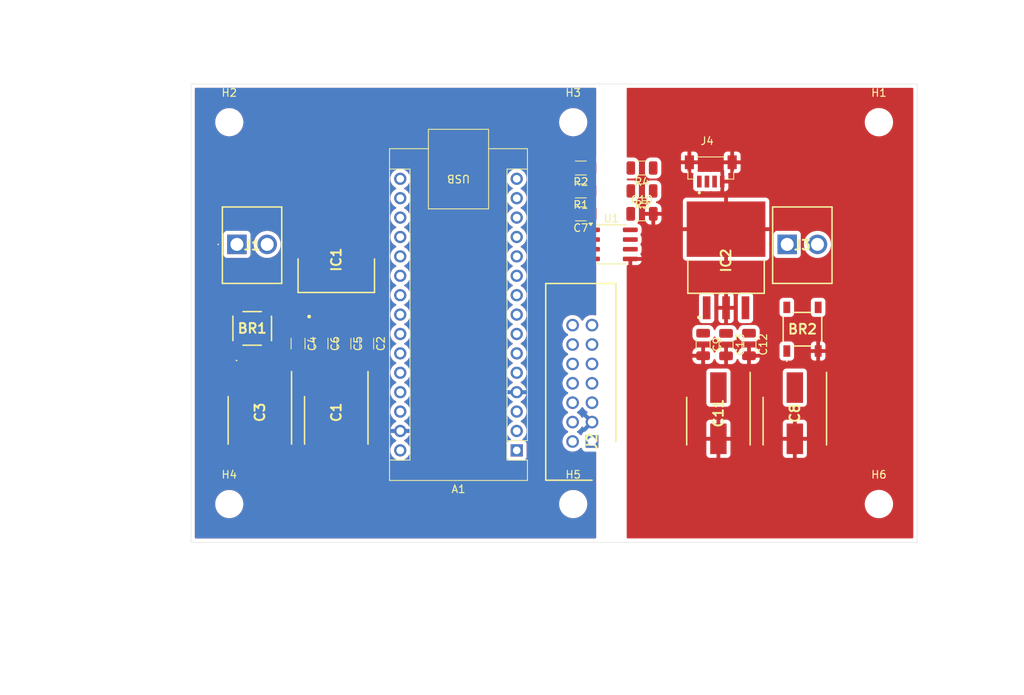
<source format=kicad_pcb>
(kicad_pcb (version 20240108) (generator "pcbnew") (generator_version "8.0")
  (layers (0 "F.Cu" signal) (31 "B.Cu" signal) (34 "B.Paste" user) (35 "F.Paste" user) (36 "B.SilkS" user "B.Silkscreen") (37 "F.SilkS" user "F.Silkscreen") (38 "B.Mask" user) (39 "F.Mask" user) (44 "Edge.Cuts" user))
  (net 0 "")
  (net 1 "enc_b")
  (net 7 "GNDD")
  (net 9 "ir")
  (net 10 "SDA")
  (net 11 "+5V")
  (net 14 "blank")
  (net 15 "sclk")
  (net 22 "enc_push")
  (net 23 "xlat")
  (net 24 "SCL")
  (net 25 "data")
  (net 27 "enc_a")
  (net 30 "Net-(BR1-~{_2})")
  (net 31 "Net-(BR1-+)")
  (net 32 "GNDI")
  (net 33 "+5V-iso")
  (net 38 "Net-(U1-SCL2)")
  (net 39 "Net-(U1-SDA2)")
  (net 40 "Net-(BR1-~{_1})")
  (net 41 "Net-(BR2-~{_1})")
  (net 42 "Net-(BR2-~{_2})")
  (net 43 "Net-(BR2-+)")
  (footprint "Samacsys:26604023" (layer "F.Cu") (at 168 76 180)
    (property "Reference" "J3" (at -1.98 -0.105 0) (layer "F.SilkS") (effects (font (size 1.27 1.27) (thickness 0.254))))
    (property "Value" "26-60-4023" (hide yes))
    (fp_line (start 2.5 0) (end 2.5 0) (stroke (width 0.1)) (layer "F.SilkS"))
    (fp_line (start 2.4 0) (end 2.4 0) (stroke (width 0.1)) (layer "F.SilkS"))
    (fp_line (start 1.905 4.9) (end -5.865 4.9) (stroke (width 0.2)) (layer "F.SilkS"))
    (fp_line (start 1.905 -5.11) (end 1.905 4.9) (stroke (width 0.2)) (layer "F.SilkS"))
    (fp_line (start -5.865 4.9) (end -5.865 -5.11) (stroke (width 0.2)) (layer "F.SilkS"))
    (fp_line (start -5.865 -5.11) (end 1.905 -5.11) (stroke (width 0.2)) (layer "F.SilkS"))
    (fp_arc (start 2.5 0) (mid 2.45 0.05) (end 2.4 0) (stroke (width 0.1)) (layer "F.SilkS"))
    (fp_arc (start 2.4 0) (mid 2.45 -0.05) (end 2.5 0) (stroke (width 0.1)) (layer "F.SilkS"))
    (pad "1" thru_hole rect (at 0 0 180) (size 2.55 2.55) (drill 1.7) (layers "*.Cu" "*.Mask") (net 41 "Net-(BR2-~{_1})"))
    (pad "2" thru_hole circle (at -3.96 0 180) (size 2.55 2.55) (drill 1.7) (layers "*.Cu" "*.Mask") (net 42 "Net-(BR2-~{_2})"))
  )
  (footprint "Resistor_SMD:R_1206_3216Metric" (layer "F.Cu") (at 149 66 180)
    (property "Reference" "R4" (at 0 -1.82 0) (layer "F.SilkS"))
    (property "Value" "1k")
    (fp_line (start -0.727064 0.91) (end 0.727064 0.91) (stroke (width 0.12)) (layer "F.SilkS"))
    (fp_line (start -0.727064 -0.91) (end 0.727064 -0.91) (stroke (width 0.12)) (layer "F.SilkS"))
    (pad "1" smd roundrect (at -1.4625 0 180) (size 1.125 1.75) (layers "F.Cu" "F.Paste" "F.Mask") (roundrect_rratio 0.222222) (net 38 "Net-(U1-SCL2)"))
    (pad "2" smd roundrect (at 1.4625 0 180) (size 1.125 1.75) (layers "F.Cu" "F.Paste" "F.Mask") (roundrect_rratio 0.222222) (net 33 "+5V-iso"))
  )
  (footprint "Resistor_SMD:R_1206_3216Metric" (layer "F.Cu") (at 149 69 180)
    (property "Reference" "R3" (at 0 -1.82 0) (layer "F.SilkS"))
    (property "Value" "1k")
    (fp_line (start -0.727064 0.91) (end 0.727064 0.91) (stroke (width 0.12)) (layer "F.SilkS"))
    (fp_line (start -0.727064 -0.91) (end 0.727064 -0.91) (stroke (width 0.12)) (layer "F.SilkS"))
    (pad "1" smd roundrect (at -1.4625 0 180) (size 1.125 1.75) (layers "F.Cu" "F.Paste" "F.Mask") (roundrect_rratio 0.222222) (net 39 "Net-(U1-SDA2)"))
    (pad "2" smd roundrect (at 1.4625 0 180) (size 1.125 1.75) (layers "F.Cu" "F.Paste" "F.Mask") (roundrect_rratio 0.222222) (net 33 "+5V-iso"))
  )
  (footprint "Resistor_SMD:R_1206_3216Metric" (layer "F.Cu") (at 141 69 180)
    (property "Reference" "R1" (at 0 -1.82 0) (layer "F.SilkS"))
    (property "Value" "1k")
    (fp_line (start -0.727064 0.91) (end 0.727064 0.91) (stroke (width 0.12)) (layer "F.SilkS"))
    (fp_line (start -0.727064 -0.91) (end 0.727064 -0.91) (stroke (width 0.12)) (layer "F.SilkS"))
    (pad "1" smd roundrect (at -1.4625 0 180) (size 1.125 1.75) (layers "F.Cu" "F.Paste" "F.Mask") (roundrect_rratio 0.222222) (net 11 "+5V"))
    (pad "2" smd roundrect (at 1.4625 0 180) (size 1.125 1.75) (layers "F.Cu" "F.Paste" "F.Mask") (roundrect_rratio 0.222222) (net 10 "SDA"))
  )
  (footprint "Samacsys:SHDR14W64P254_2X7_2538X880X948P" (layer "F.Cu") (at 142.4605 101.8105 90)
    (property "Reference" "J2" (at 0 0 90) (layer "F.SilkS") (effects (font (size 1.27 1.27) (thickness 0.254))))
    (property "Value" "BHR-14-VUA" (hide yes))
    (fp_line (start 20.691 -6.051) (end -5.07 -6.051) (stroke (width 0.2)) (layer "F.SilkS"))
    (fp_line (start -5.07 -6.051) (end -5.07 0) (stroke (width 0.2)) (layer "F.SilkS"))
    (fp_line (start 20.691 3.13) (end 20.691 -6.051) (stroke (width 0.2)) (layer "F.SilkS"))
    (fp_line (start 0 3.13) (end 20.691 3.13) (stroke (width 0.2)) (layer "F.SilkS"))
    (pad "1" thru_hole rect (at 0 0 90) (size 1.65 1.65) (drill 1.1) (layers "*.Cu" "*.Mask") (net 11 "+5V"))
    (pad "2" thru_hole circle (at 0 -2.54 90) (size 1.65 1.65) (drill 1.1) (layers "*.Cu" "*.Mask") (net 27 "enc_a"))
    (pad "3" thru_hole circle (at 2.54 0 90) (size 1.65 1.65) (drill 1.1) (layers "*.Cu" "*.Mask") (net 7 "GNDD"))
    (pad "4" thru_hole circle (at 2.54 -2.54 90) (size 1.65 1.65) (drill 1.1) (layers "*.Cu" "*.Mask") (net 1 "enc_b"))
    (pad "5" thru_hole circle (at 5.08 0 90) (size 1.65 1.65) (drill 1.1) (layers "*.Cu" "*.Mask"))
    (pad "6" thru_hole circle (at 5.08 -2.54 90) (size 1.65 1.65) (drill 1.1) (layers "*.Cu" "*.Mask") (net 22 "enc_push"))
    (pad "7" thru_hole circle (at 7.62 0 90) (size 1.65 1.65) (drill 1.1) (layers "*.Cu" "*.Mask") (net 14 "blank"))
    (pad "8" thru_hole circle (at 7.62 -2.54 90) (size 1.65 1.65) (drill 1.1) (layers "*.Cu" "*.Mask"))
    (pad "9" thru_hole circle (at 10.16 0 90) (size 1.65 1.65) (drill 1.1) (layers "*.Cu" "*.Mask") (net 23 "xlat"))
    (pad "10" thru_hole circle (at 10.16 -2.54 90) (size 1.65 1.65) (drill 1.1) (layers "*.Cu" "*.Mask"))
    (pad "11" thru_hole circle (at 12.7 0 90) (size 1.65 1.65) (drill 1.1) (layers "*.Cu" "*.Mask") (net 15 "sclk"))
    (pad "12" thru_hole circle (at 12.7 -2.54 90) (size 1.65 1.65) (drill 1.1) (layers "*.Cu" "*.Mask"))
    (pad "13" thru_hole circle (at 15.24 0 90) (size 1.65 1.65) (drill 1.1) (layers "*.Cu" "*.Mask") (net 25 "data"))
    (pad "14" thru_hole circle (at 15.24 -2.54 90) (size 1.65 1.65) (drill 1.1) (layers "*.Cu" "*.Mask") (net 9 "ir"))
  )
  (footprint "Samacsys:TO254P1420X457-4N" (layer "F.Cu") (at 109 78 90)
    (property "Reference" "IC1" (at 0 0 90) (layer "F.SilkS") (effects (font (size 1.27 1.27) (thickness 0.254))))
    (property "Value" "MC7805BD2TR4G" (hide yes))
    (fp_line (start -4.3 -5) (end 0.1 -5) (stroke (width 0.2)) (layer "F.SilkS"))
    (fp_line (start 0.1 5) (end -4.3 5) (stroke (width 0.2)) (layer "F.SilkS"))
    (fp_line (start -4.3 5) (end -4.3 -5) (stroke (width 0.2)) (layer "F.SilkS"))
    (fp_circle (center -7.45 -3.55) (end -7.45 -3.425) (stroke (width 0.25)) (fill none) (layer "F.SilkS"))
    (pad "1" smd rect (at -6.2 -2.54 180) (size 1 3) (layers "F.Cu" "F.Paste" "F.Mask") (net 31 "Net-(BR1-+)"))
    (pad "2" smd rect (at -6.2 0 180) (size 1 3) (layers "F.Cu" "F.Paste" "F.Mask") (net 7 "GNDD"))
    (pad "3" smd rect (at -6.2 2.54 180) (size 1 3) (layers "F.Cu" "F.Paste" "F.Mask") (net 11 "+5V"))
    (pad "4" smd rect (at 4.1 0 90) (size 7.25 10.3) (layers "F.Cu" "F.Paste" "F.Mask") (net 7 "GNDD"))
  )
  (footprint "Capacitor_SMD:C_1206_3216Metric" (layer "F.Cu") (at 157 89.105 -90)
    (property "Reference" "C9" (at 0 -1.85 90) (layer "F.SilkS"))
    (property "Value" ".1uf")
    (fp_line (start -0.711252 0.91) (end 0.711252 0.91) (stroke (width 0.12)) (layer "F.SilkS"))
    (fp_line (start -0.711252 -0.91) (end 0.711252 -0.91) (stroke (width 0.12)) (layer "F.SilkS"))
    (pad "1" smd roundrect (at -1.475 0 270) (size 1.15 1.8) (layers "F.Cu" "F.Paste" "F.Mask") (roundrect_rratio 0.217391) (net 43 "Net-(BR2-+)"))
    (pad "2" smd roundrect (at 1.475 0 270) (size 1.15 1.8) (layers "F.Cu" "F.Paste" "F.Mask") (roundrect_rratio 0.217391) (net 32 "GNDI"))
  )
  (footprint "Resistor_SMD:R_1206_3216Metric" (layer "F.Cu") (at 141 66 180)
    (property "Reference" "R2" (at 0 -1.82 0) (layer "F.SilkS"))
    (property "Value" "1k")
    (fp_line (start -0.727064 0.91) (end 0.727064 0.91) (stroke (width 0.12)) (layer "F.SilkS"))
    (fp_line (start -0.727064 -0.91) (end 0.727064 -0.91) (stroke (width 0.12)) (layer "F.SilkS"))
    (pad "1" smd roundrect (at -1.4625 0 180) (size 1.125 1.75) (layers "F.Cu" "F.Paste" "F.Mask") (roundrect_rratio 0.222222) (net 11 "+5V"))
    (pad "2" smd roundrect (at 1.4625 0 180) (size 1.125 1.75) (layers "F.Cu" "F.Paste" "F.Mask") (roundrect_rratio 0.222222) (net 24 "SCL"))
  )
  (footprint "Module:Arduino_Nano" (layer "F.Cu") (at 132.61 102.97 180)
    (property "Reference" "A1" (at 7.62 -5.08 0) (layer "F.SilkS"))
    (property "Value" "Arduino_Nano_v3.x")
    (fp_line (start 16.64 39.5) (end 16.64 -3.94) (stroke (width 0.12)) (layer "F.SilkS"))
    (fp_line (start 16.64 39.5) (end 11.56 39.5) (stroke (width 0.12)) (layer "F.SilkS"))
    (fp_line (start 16.64 -3.94) (end -1.4 -3.94) (stroke (width 0.12)) (layer "F.SilkS"))
    (fp_line (start 13.97 36.83) (end 16.64 36.83) (stroke (width 0.12)) (layer "F.SilkS"))
    (fp_line (start 13.97 -1.27) (end 16.64 -1.27) (stroke (width 0.12)) (layer "F.SilkS"))
    (fp_line (start 13.97 -1.27) (end 13.97 36.83) (stroke (width 0.12)) (layer "F.SilkS"))
    (fp_line (start 11.56 42.04) (end 3.68 42.04) (stroke (width 0.12)) (layer "F.SilkS"))
    (fp_line (start 11.56 31.62) (end 11.56 42.04) (stroke (width 0.12)) (layer "F.SilkS"))
    (fp_line (start 3.68 42.04) (end 3.68 31.62) (stroke (width 0.12)) (layer "F.SilkS"))
    (fp_line (start 3.68 31.62) (end 11.56 31.62) (stroke (width 0.12)) (layer "F.SilkS"))
    (fp_line (start 1.27 36.83) (end -1.4 36.83) (stroke (width 0.12)) (layer "F.SilkS"))
    (fp_line (start 1.27 1.27) (end 1.27 36.83) (stroke (width 0.12)) (layer "F.SilkS"))
    (fp_line (start 1.27 1.27) (end 1.27 -1.27) (stroke (width 0.12)) (layer "F.SilkS"))
    (fp_line (start 1.27 1.27) (end -1.4 1.27) (stroke (width 0.12)) (layer "F.SilkS"))
    (fp_line (start 1.27 -1.27) (end -1.4 -1.27) (stroke (width 0.12)) (layer "F.SilkS"))
    (fp_line (start -1.4 39.5) (end 3.68 39.5) (stroke (width 0.12)) (layer "F.SilkS"))
    (fp_line (start -1.4 1.27) (end -1.4 39.5) (stroke (width 0.12)) (layer "F.SilkS"))
    (fp_line (start -1.4 -3.94) (end -1.4 -1.27) (stroke (width 0.12)) (layer "F.SilkS"))
    (fp_text user "USB" (at 7.62 35.56 180) (layer "F.SilkS"))
    (pad "1" thru_hole rect (at 0 0 180) (size 1.6 1.6) (drill 1) (layers "*.Cu" "*.Mask"))
    (pad "2" thru_hole oval (at 0 2.54 180) (size 1.6 1.6) (drill 1) (layers "*.Cu" "*.Mask"))
    (pad "3" thru_hole oval (at 0 5.08 180) (size 1.6 1.6) (drill 1) (layers "*.Cu" "*.Mask"))
    (pad "4" thru_hole oval (at 0 7.62 180) (size 1.6 1.6) (drill 1) (layers "*.Cu" "*.Mask") (net 7 "GNDD"))
    (pad "5" thru_hole oval (at 0 10.16 180) (size 1.6 1.6) (drill 1) (layers "*.Cu" "*.Mask"))
    (pad "6" thru_hole oval (at 0 12.7 180) (size 1.6 1.6) (drill 1) (layers "*.Cu" "*.Mask"))
    (pad "7" thru_hole oval (at 0 15.24 180) (size 1.6 1.6) (drill 1) (layers "*.Cu" "*.Mask"))
    (pad "8" thru_hole oval (at 0 17.78 180) (size 1.6 1.6) (drill 1) (layers "*.Cu" "*.Mask"))
    (pad "9" thru_hole oval (at 0 20.32 180) (size 1.6 1.6) (drill 1) (layers "*.Cu" "*.Mask") (net 27 "enc_a"))
    (pad "10" thru_hole oval (at 0 22.86 180) (size 1.6 1.6) (drill 1) (layers "*.Cu" "*.Mask") (net 1 "enc_b"))
    (pad "11" thru_hole oval (at 0 25.4 180) (size 1.6 1.6) (drill 1) (layers "*.Cu" "*.Mask") (net 22 "enc_push"))
    (pad "12" thru_hole oval (at 0 27.94 180) (size 1.6 1.6) (drill 1) (layers "*.Cu" "*.Mask") (net 9 "ir"))
    (pad "13" thru_hole oval (at 0 30.48 180) (size 1.6 1.6) (drill 1) (layers "*.Cu" "*.Mask") (net 25 "data"))
    (pad "14" thru_hole oval (at 0 33.02 180) (size 1.6 1.6) (drill 1) (layers "*.Cu" "*.Mask") (net 15 "sclk"))
    (pad "15" thru_hole oval (at 0 35.56 180) (size 1.6 1.6) (drill 1) (layers "*.Cu" "*.Mask") (net 23 "xlat"))
    (pad "16" thru_hole oval (at 15.24 35.56 180) (size 1.6 1.6) (drill 1) (layers "*.Cu" "*.Mask") (net 14 "blank"))
    (pad "17" thru_hole oval (at 15.24 33.02 180) (size 1.6 1.6) (drill 1) (layers "*.Cu" "*.Mask"))
    (pad "18" thru_hole oval (at 15.24 30.48 180) (size 1.6 1.6) (drill 1) (layers "*.Cu" "*.Mask"))
    (pad "19" thru_hole oval (at 15.24 27.94 180) (size 1.6 1.6) (drill 1) (layers "*.Cu" "*.Mask"))
    (pad "20" thru_hole oval (at 15.24 25.4 180) (size 1.6 1.6) (drill 1) (layers "*.Cu" "*.Mask"))
    (pad "21" thru_hole oval (at 15.24 22.86 180) (size 1.6 1.6) (drill 1) (layers "*.Cu" "*.Mask"))
    (pad "22" thru_hole oval (at 15.24 20.32 180) (size 1.6 1.6) (drill 1) (layers "*.Cu" "*.Mask"))
    (pad "23" thru_hole oval (at 15.24 17.78 180) (size 1.6 1.6) (drill 1) (layers "*.Cu" "*.Mask") (net 10 "SDA"))
    (pad "24" thru_hole oval (at 15.24 15.24 180) (size 1.6 1.6) (drill 1) (layers "*.Cu" "*.Mask") (net 24 "SCL"))
    (pad "25" thru_hole oval (at 15.24 12.7 180) (size 1.6 1.6) (drill 1) (layers "*.Cu" "*.Mask"))
    (pad "26" thru_hole oval (at 15.24 10.16 180) (size 1.6 1.6) (drill 1) (layers "*.Cu" "*.Mask"))
    (pad "27" thru_hole oval (at 15.24 7.62 180) (size 1.6 1.6) (drill 1) (layers "*.Cu" "*.Mask") (net 11 "+5V"))
    (pad "28" thru_hole oval (at 15.24 5.08 180) (size 1.6 1.6) (drill 1) (layers "*.Cu" "*.Mask"))
    (pad "29" thru_hole oval (at 15.24 2.54 180) (size 1.6 1.6) (drill 1) (layers "*.Cu" "*.Mask") (net 7 "GNDD"))
    (pad "30" thru_hole oval (at 15.24 0 180) (size 1.6 1.6) (drill 1) (layers "*.Cu" "*.Mask"))
  )
  (footprint "MountingHole:MountingHole_3.2mm_M3_ISO7380" (layer "F.Cu") (at 95 110)
    (property "Reference" "H4" (at 0 -3.85 0) (layer "F.SilkS"))
    (property "Value" "MountingHole")
    (pad "" np_thru_hole circle (at 0 0) (size 3.2 3.2) (drill 3.2) (layers "*.Cu" "*.Mask"))
  )
  (footprint "Capacitor_SMD:C_1206_3216Metric" (layer "F.Cu") (at 104 88.995 -90)
    (property "Reference" "C4" (at 0 -1.85 90) (layer "F.SilkS"))
    (property "Value" ".1uf")
    (fp_line (start -0.711252 0.91) (end 0.711252 0.91) (stroke (width 0.12)) (layer "F.SilkS"))
    (fp_line (start -0.711252 -0.91) (end 0.711252 -0.91) (stroke (width 0.12)) (layer "F.SilkS"))
    (pad "1" smd roundrect (at -1.475 0 270) (size 1.15 1.8) (layers "F.Cu" "F.Paste" "F.Mask") (roundrect_rratio 0.217391) (net 31 "Net-(BR1-+)"))
    (pad "2" smd roundrect (at 1.475 0 270) (size 1.15 1.8) (layers "F.Cu" "F.Paste" "F.Mask") (roundrect_rratio 0.217391) (net 7 "GNDD"))
  )
  (footprint "Package_SO:SOIC-8_3.9x4.9mm_P1.27mm" (layer "F.Cu") (at 145 76)
    (property "Reference" "U1" (at 0 -3.4 0) (layer "F.SilkS"))
    (property "Value" "ISO1541")
    (fp_line (start 0 -2.56) (end -1.95 -2.56) (stroke (width 0.12)) (layer "F.SilkS"))
    (fp_line (start 0 -2.56) (end 1.95 -2.56) (stroke (width 0.12)) (layer "F.SilkS"))
    (fp_line (start 0 2.56) (end -1.95 2.56) (stroke (width 0.12)) (layer "F.SilkS"))
    (fp_line (start 0 2.56) (end 1.95 2.56) (stroke (width 0.12)) (layer "F.SilkS"))
    (fp_poly (pts (xy -2.7 -2.465) (xy -2.94 -2.795) (xy -2.46 -2.795) (xy -2.7 -2.465)) (stroke (width 0.12)) (fill solid) (layer "F.SilkS"))
    (pad "1" smd roundrect (at -2.475 -1.905) (size 1.95 0.6) (layers "F.Cu" "F.Paste" "F.Mask") (net 11 "+5V"))
    (pad "2" smd roundrect (at -2.475 -0.635) (size 1.95 0.6) (layers "F.Cu" "F.Paste" "F.Mask") (net 10 "SDA"))
    (pad "3" smd roundrect (at -2.475 0.635) (size 1.95 0.6) (layers "F.Cu" "F.Paste" "F.Mask") (net 24 "SCL"))
    (pad "4" smd roundrect (at -2.475 1.905) (size 1.95 0.6) (layers "F.Cu" "F.Paste" "F.Mask") (net 7 "GNDD"))
    (pad "5" smd roundrect (at 2.475 1.905) (size 1.95 0.6) (layers "F.Cu" "F.Paste" "F.Mask") (net 32 "GNDI"))
    (pad "6" smd roundrect (at 2.475 0.635) (size 1.95 0.6) (layers "F.Cu" "F.Paste" "F.Mask") (net 38 "Net-(U1-SCL2)"))
    (pad "7" smd roundrect (at 2.475 -0.635) (size 1.95 0.6) (layers "F.Cu" "F.Paste" "F.Mask") (net 39 "Net-(U1-SDA2)"))
    (pad "8" smd roundrect (at 2.475 -1.905) (size 1.95 0.6) (layers "F.Cu" "F.Paste" "F.Mask") (net 33 "+5V-iso"))
  )
  (footprint "Capacitor_SMD:C_1206_3216Metric" (layer "F.Cu") (at 110 88.995 -90)
    (property "Reference" "C5" (at 0 -1.85 90) (layer "F.SilkS"))
    (property "Value" "10uf")
    (fp_line (start -0.711252 0.91) (end 0.711252 0.91) (stroke (width 0.12)) (layer "F.SilkS"))
    (fp_line (start -0.711252 -0.91) (end 0.711252 -0.91) (stroke (width 0.12)) (layer "F.SilkS"))
    (pad "1" smd roundrect (at -1.475 0 270) (size 1.15 1.8) (layers "F.Cu" "F.Paste" "F.Mask") (roundrect_rratio 0.217391) (net 11 "+5V"))
    (pad "2" smd roundrect (at 1.475 0 270) (size 1.15 1.8) (layers "F.Cu" "F.Paste" "F.Mask") (roundrect_rratio 0.217391) (net 7 "GNDD"))
  )
  (footprint "MountingHole:MountingHole_3.2mm_M3_ISO7380" (layer "F.Cu") (at 140 110)
    (property "Reference" "H5" (at 0 -3.85 0) (layer "F.SilkS"))
    (property "Value" "MountingHole")
    (pad "" np_thru_hole circle (at 0 0) (size 3.2 3.2) (drill 3.2) (layers "*.Cu" "*.Mask"))
  )
  (footprint "Samacsys:ABS8" (layer "F.Cu") (at 170 87.105 180)
    (property "Reference" "BR2" (at 0 0 0) (layer "F.SilkS") (effects (font (size 1.27 1.27) (thickness 0.254))))
    (property "Value" "ABS8" (hide yes))
    (fp_line (start 2.525 -1.6) (end 2.525 1.6) (stroke (width 0.2)) (layer "F.SilkS"))
    (fp_line (start 2.1 -4.2) (end 2.1 -4.2) (stroke (width 0.1)) (layer "F.SilkS"))
    (fp_line (start 2 -4.2) (end 2 -4.2) (stroke (width 0.1)) (layer "F.SilkS"))
    (fp_line (start -1.2 2.2) (end 1.2 2.2) (stroke (width 0.2)) (layer "F.SilkS"))
    (fp_line (start -1.2 -2.2) (end 1.2 -2.2) (stroke (width 0.2)) (layer "F.SilkS"))
    (fp_line (start -2.525 -1.6) (end -2.525 1.6) (stroke (width 0.2)) (layer "F.SilkS"))
    (fp_arc (start 2.1 -4.2) (mid 2.05 -4.15) (end 2 -4.2) (stroke (width 0.1)) (layer "F.SilkS"))
    (fp_arc (start 2 -4.2) (mid 2.05 -4.25) (end 2.1 -4.2) (stroke (width 0.1)) (layer "F.SilkS"))
    (pad "1" smd rect (at 2.05 -2.86 180) (size 0.9 1.5) (layers "F.Cu" "F.Paste" "F.Mask") (net 43 "Net-(BR2-+)"))
    (pad "2" smd rect (at 2.05 2.86 180) (size 0.9 1.5) (layers "F.Cu" "F.Paste" "F.Mask") (net 41 "Net-(BR2-~{_1})"))
    (pad "3" smd rect (at -2.05 2.86 180) (size 0.9 1.5) (layers "F.Cu" "F.Paste" "F.Mask") (net 42 "Net-(BR2-~{_2})"))
    (pad "4" smd rect (at -2.05 -2.86 180) (size 0.9 1.5) (layers "F.Cu" "F.Paste" "F.Mask") (net 32 "GNDI"))
  )
  (footprint "Samacsys:CAPAE830X1050N" (layer "F.Cu") (at 169 98.105 -90)
    (property "Reference" "C8" (at 0 0 90) (layer "F.SilkS") (effects (font (size 1.27 1.27) (thickness 0.254))))
    (property "Value" "UUD1V101MNL1GS" (hide yes))
    (fp_line (start -2.075 4.15) (end 4.15 4.15) (stroke (width 0.2)) (layer "F.SilkS"))
    (fp_line (start -5.35 -4.15) (end 4.15 -4.15) (stroke (width 0.2)) (layer "F.SilkS"))
    (pad "1" smd rect (at -3.35 0) (size 2.15 4) (layers "F.Cu" "F.Paste" "F.Mask") (net 43 "Net-(BR2-+)"))
    (pad "2" smd rect (at 3.35 0) (size 2.15 4) (layers "F.Cu" "F.Paste" "F.Mask") (net 32 "GNDI"))
  )
  (footprint "Capacitor_SMD:C_1206_3216Metric" (layer "F.Cu") (at 107 88.995 -90)
    (property "Reference" "C6" (at 0 -1.85 90) (layer "F.SilkS"))
    (property "Value" "1uf")
    (fp_line (start -0.711252 0.91) (end 0.711252 0.91) (stroke (width 0.12)) (layer "F.SilkS"))
    (fp_line (start -0.711252 -0.91) (end 0.711252 -0.91) (stroke (width 0.12)) (layer "F.SilkS"))
    (pad "1" smd roundrect (at -1.475 0 270) (size 1.15 1.8) (layers "F.Cu" "F.Paste" "F.Mask") (roundrect_rratio 0.217391) (net 11 "+5V"))
    (pad "2" smd roundrect (at 1.475 0 270) (size 1.15 1.8) (layers "F.Cu" "F.Paste" "F.Mask") (roundrect_rratio 0.217391) (net 7 "GNDD"))
  )
  (footprint "Capacitor_SMD:C_1206_3216Metric" (layer "F.Cu") (at 141 72 180)
    (property "Reference" "C7" (at 0 -1.85 0) (layer "F.SilkS"))
    (property "Value" ".1uf")
    (fp_line (start -0.711252 0.91) (end 0.711252 0.91) (stroke (width 0.12)) (layer "F.SilkS"))
    (fp_line (start -0.711252 -0.91) (end 0.711252 -0.91) (stroke (width 0.12)) (layer "F.SilkS"))
    (pad "1" smd roundrect (at -1.475 0 180) (size 1.15 1.8) (layers "F.Cu" "F.Paste" "F.Mask") (roundrect_rratio 0.217391) (net 11 "+5V"))
    (pad "2" smd roundrect (at 1.475 0 180) (size 1.15 1.8) (layers "F.Cu" "F.Paste" "F.Mask") (roundrect_rratio 0.217391) (net 7 "GNDD"))
  )
  (footprint "Samacsys:CAPAE830X1050N" (layer "F.Cu") (at 99 98 -90)
    (property "Reference" "C3" (at 0 0 90) (layer "F.SilkS") (effects (font (size 1.27 1.27) (thickness 0.254))))
    (property "Value" "UUD1V101MNL1GS" (hide yes))
    (fp_line (start -2.075 4.15) (end 4.15 4.15) (stroke (width 0.2)) (layer "F.SilkS"))
    (fp_line (start -5.35 -4.15) (end 4.15 -4.15) (stroke (width 0.2)) (layer "F.SilkS"))
    (pad "1" smd rect (at -3.35 0) (size 2.15 4) (layers "F.Cu" "F.Paste" "F.Mask") (net 31 "Net-(BR1-+)"))
    (pad "2" smd rect (at 3.35 0) (size 2.15 4) (layers "F.Cu" "F.Paste" "F.Mask") (net 7 "GNDD"))
  )
  (footprint "MountingHole:MountingHole_3.2mm_M3_ISO7380" (layer "F.Cu") (at 95 60)
    (property "Reference" "H2" (at 0 -3.85 0) (layer "F.SilkS"))
    (property "Value" "MountingHole")
    (pad "" np_thru_hole circle (at 0 0) (size 3.2 3.2) (drill 3.2) (layers "*.Cu" "*.Mask"))
  )
  (footprint "Samacsys:ABS8" (layer "F.Cu") (at 98 87 180)
    (property "Reference" "BR1" (at 0 0 0) (layer "F.SilkS") (effects (font (size 1.27 1.27) (thickness 0.254))))
    (property "Value" "ABS8" (hide yes))
    (fp_line (start 2.525 -1.6) (end 2.525 1.6) (stroke (width 0.2)) (layer "F.SilkS"))
    (fp_line (start 2.1 -4.2) (end 2.1 -4.2) (stroke (width 0.1)) (layer "F.SilkS"))
    (fp_line (start 2 -4.2) (end 2 -4.2) (stroke (width 0.1)) (layer "F.SilkS"))
    (fp_line (start -1.2 2.2) (end 1.2 2.2) (stroke (width 0.2)) (layer "F.SilkS"))
    (fp_line (start -1.2 -2.2) (end 1.2 -2.2) (stroke (width 0.2)) (layer "F.SilkS"))
    (fp_line (start -2.525 -1.6) (end -2.525 1.6) (stroke (width 0.2)) (layer "F.SilkS"))
    (fp_arc (start 2.1 -4.2) (mid 2.05 -4.15) (end 2 -4.2) (stroke (width 0.1)) (layer "F.SilkS"))
    (fp_arc (start 2 -4.2) (mid 2.05 -4.25) (end 2.1 -4.2) (stroke (width 0.1)) (layer "F.SilkS"))
    (pad "1" smd rect (at 2.05 -2.86 180) (size 0.9 1.5) (layers "F.Cu" "F.Paste" "F.Mask") (net 31 "Net-(BR1-+)"))
    (pad "2" smd rect (at 2.05 2.86 180) (size 0.9 1.5) (layers "F.Cu" "F.Paste" "F.Mask") (net 40 "Net-(BR1-~{_1})"))
    (pad "3" smd rect (at -2.05 2.86 180) (size 0.9 1.5) (layers "F.Cu" "F.Paste" "F.Mask") (net 30 "Net-(BR1-~{_2})"))
    (pad "4" smd rect (at -2.05 -2.86 180) (size 0.9 1.5) (layers "F.Cu" "F.Paste" "F.Mask") (net 7 "GNDD"))
  )
  (footprint "MountingHole:MountingHole_3.2mm_M3_ISO7380" (layer "F.Cu") (at 180 110)
    (property "Reference" "H6" (at 0 -3.85 0) (layer "F.SilkS"))
    (property "Value" "MountingHole")
    (pad "" np_thru_hole circle (at 0 0) (size 3.2 3.2) (drill 3.2) (layers "*.Cu" "*.Mask"))
  )
  (footprint "Samacsys:TO254P1420X457-4N" (layer "F.Cu") (at 160 78.105 90)
    (property "Reference" "IC2" (at 0 0 90) (layer "F.SilkS") (effects (font (size 1.27 1.27) (thickness 0.254))))
    (property "Value" "MC7805BD2TR4G" (hide yes))
    (fp_line (start -4.3 -5) (end 0.1 -5) (stroke (width 0.2)) (layer "F.SilkS"))
    (fp_line (start 0.1 5) (end -4.3 5) (stroke (width 0.2)) (layer "F.SilkS"))
    (fp_line (start -4.3 5) (end -4.3 -5) (stroke (width 0.2)) (layer "F.SilkS"))
    (fp_circle (center -7.45 -3.55) (end -7.45 -3.425) (stroke (width 0.25)) (fill none) (layer "F.SilkS"))
    (pad "1" smd rect (at -6.2 -2.54 180) (size 1 3) (layers "F.Cu" "F.Paste" "F.Mask") (net 43 "Net-(BR2-+)"))
    (pad "2" smd rect (at -6.2 0 180) (size 1 3) (layers "F.Cu" "F.Paste" "F.Mask") (net 32 "GNDI"))
    (pad "3" smd rect (at -6.2 2.54 180) (size 1 3) (layers "F.Cu" "F.Paste" "F.Mask") (net 33 "+5V-iso"))
    (pad "4" smd rect (at 4.1 0 90) (size 7.25 10.3) (layers "F.Cu" "F.Paste" "F.Mask") (net 32 "GNDI"))
  )
  (footprint "Capacitor_SMD:C_1206_3216Metric" (layer "F.Cu") (at 149 72)
    (property "Reference" "C10" (at 0 -1.85 0) (layer "F.SilkS"))
    (property "Value" ".1uf")
    (fp_line (start -0.711252 -0.91) (end 0.711252 -0.91) (stroke (width 0.12)) (layer "F.SilkS"))
    (fp_line (start -0.711252 0.91) (end 0.711252 0.91) (stroke (width 0.12)) (layer "F.SilkS"))
    (pad "1" smd roundrect (at -1.475 0) (size 1.15 1.8) (layers "F.Cu" "F.Paste" "F.Mask") (roundrect_rratio 0.217391) (net 33 "+5V-iso"))
    (pad "2" smd roundrect (at 1.475 0) (size 1.15 1.8) (layers "F.Cu" "F.Paste" "F.Mask") (roundrect_rratio 0.217391) (net 32 "GNDI"))
  )
  (footprint "Samacsys:CAPAE830X1050N" (layer "F.Cu") (at 109 98 -90)
    (property "Reference" "C1" (at 0 0 90) (layer "F.SilkS") (effects (font (size 1.27 1.27) (thickness 0.254))))
    (property "Value" "UUD1V101MNL1GS" (hide yes))
    (fp_line (start -2.075 4.15) (end 4.15 4.15) (stroke (width 0.2)) (layer "F.SilkS"))
    (fp_line (start -5.35 -4.15) (end 4.15 -4.15) (stroke (width 0.2)) (layer "F.SilkS"))
    (pad "1" smd rect (at -3.35 0) (size 2.15 4) (layers "F.Cu" "F.Paste" "F.Mask") (net 11 "+5V"))
    (pad "2" smd rect (at 3.35 0) (size 2.15 4) (layers "F.Cu" "F.Paste" "F.Mask") (net 7 "GNDD"))
  )
  (footprint "Capacitor_SMD:C_1206_3216Metric" (layer "F.Cu") (at 112.98 89 -90)
    (property "Reference" "C2" (at 0 -1.85 90) (layer "F.SilkS"))
    (property "Value" ".1uf")
    (fp_line (start -0.711252 0.91) (end 0.711252 0.91) (stroke (width 0.12)) (layer "F.SilkS"))
    (fp_line (start -0.711252 -0.91) (end 0.711252 -0.91) (stroke (width 0.12)) (layer "F.SilkS"))
    (pad "1" smd roundrect (at -1.475 0 270) (size 1.15 1.8) (layers "F.Cu" "F.Paste" "F.Mask") (roundrect_rratio 0.217391) (net 11 "+5V"))
    (pad "2" smd roundrect (at 1.475 0 270) (size 1.15 1.8) (layers "F.Cu" "F.Paste" "F.Mask") (roundrect_rratio 0.217391) (net 7 "GNDD"))
  )
  (footprint "Snapeda_8:ADAFRUIT_4328" (layer "F.Cu") (at 158 66)
    (property "Reference" "J4" (at -0.475 -3.535 0) (layer "F.SilkS"))
    (property "Value" "4328")
    (fp_line (start -3 1.45) (end -3 0.47) (stroke (width 0.127)) (layer "F.SilkS"))
    (fp_line (start -2.12 1.45) (end -3 1.45) (stroke (width 0.127)) (layer "F.SilkS"))
    (fp_line (start -1.88 -1.45) (end 1.88 -1.45) (stroke (width 0.127)) (layer "F.SilkS"))
    (fp_line (start 3 1.45) (end 2.12 1.45) (stroke (width 0.127)) (layer "F.SilkS"))
    (fp_line (start 3 1.45) (end 3 0.47) (stroke (width 0.127)) (layer "F.SilkS"))
    (fp_circle (center -1.5 3.25) (end -1.4 3.25) (stroke (width 0.2)) (fill none) (layer "F.SilkS"))
    (pad "1" smd rect (at -1.5 1.775) (size 0.6 1.55) (layers "F.Cu" "F.Paste" "F.Mask") (net 33 "+5V-iso"))
    (pad "2" smd rect (at -0.5 1.775) (size 0.6 1.55) (layers "F.Cu" "F.Paste" "F.Mask") (net 39 "Net-(U1-SDA2)"))
    (pad "3" smd rect (at 0.5 1.775) (size 0.6 1.55) (layers "F.Cu" "F.Paste" "F.Mask") (net 38 "Net-(U1-SCL2)"))
    (pad "4" smd rect (at 1.5 1.775) (size 0.6 1.55) (layers "F.Cu" "F.Paste" "F.Mask") (net 32 "GNDI"))
    (pad "SH1" smd rect (at -2.8 -0.75) (size 1.2 1.8) (layers "F.Cu" "F.Paste" "F.Mask") (net 32 "GNDI"))
    (pad "SH2" smd rect (at 2.8 -0.75) (size 1.2 1.8) (layers "F.Cu" "F.Paste" "F.Mask") (net 32 "GNDI"))
  )
  (footprint "MountingHole:MountingHole_3.2mm_M3_ISO7380" (layer "F.Cu") (at 180 60)
    (property "Reference" "H1" (at 0 -3.85 0) (layer "F.SilkS"))
    (property "Value" "MountingHole")
    (pad "" np_thru_hole circle (at 0 0) (size 3.2 3.2) (drill 3.2) (layers "*.Cu" "*.Mask"))
  )
  (footprint "Capacitor_SMD:C_1206_3216Metric" (layer "F.Cu") (at 163 89.105 -90)
    (property "Reference" "C12" (at 0 -1.85 90) (layer "F.SilkS"))
    (property "Value" "10uf")
    (fp_line (start -0.711252 0.91) (end 0.711252 0.91) (stroke (width 0.12)) (layer "F.SilkS"))
    (fp_line (start -0.711252 -0.91) (end 0.711252 -0.91) (stroke (width 0.12)) (layer "F.SilkS"))
    (pad "1" smd roundrect (at -1.475 0 270) (size 1.15 1.8) (layers "F.Cu" "F.Paste" "F.Mask") (roundrect_rratio 0.217391) (net 33 "+5V-iso"))
    (pad "2" smd roundrect (at 1.475 0 270) (size 1.15 1.8) (layers "F.Cu" "F.Paste" "F.Mask") (roundrect_rratio 0.217391) (net 32 "GNDI"))
  )
  (footprint "Capacitor_SMD:C_1206_3216Metric" (layer "F.Cu") (at 160 89.125 -90)
    (property "Reference" "C13" (at 0 -1.85 90) (layer "F.SilkS"))
    (property "Value" "1uf")
    (fp_line (start -0.711252 0.91) (end 0.711252 0.91) (stroke (width 0.12)) (layer "F.SilkS"))
    (fp_line (start -0.711252 -0.91) (end 0.711252 -0.91) (stroke (width 0.12)) (layer "F.SilkS"))
    (pad "1" smd roundrect (at -1.475 0 270) (size 1.15 1.8) (layers "F.Cu" "F.Paste" "F.Mask") (roundrect_rratio 0.217391) (net 33 "+5V-iso"))
    (pad "2" smd roundrect (at 1.475 0 270) (size 1.15 1.8) (layers "F.Cu" "F.Paste" "F.Mask") (roundrect_rratio 0.217391) (net 32 "GNDI"))
  )
  (footprint "Samacsys:26604023" (layer "F.Cu") (at 96 76 180)
    (property "Reference" "J1" (at -1.98 -0.105 0) (layer "F.SilkS") (effects (font (size 1.27 1.27) (thickness 0.254))))
    (property "Value" "26-60-4023" (hide yes))
    (fp_line (start 2.5 0) (end 2.5 0) (stroke (width 0.1)) (layer "F.SilkS"))
    (fp_line (start 2.4 0) (end 2.4 0) (stroke (width 0.1)) (layer "F.SilkS"))
    (fp_line (start 1.905 4.9) (end -5.865 4.9) (stroke (width 0.2)) (layer "F.SilkS"))
    (fp_line (start 1.905 -5.11) (end 1.905 4.9) (stroke (width 0.2)) (layer "F.SilkS"))
    (fp_line (start -5.865 4.9) (end -5.865 -5.11) (stroke (width 0.2)) (layer "F.SilkS"))
    (fp_line (start -5.865 -5.11) (end 1.905 -5.11) (stroke (width 0.2)) (layer "F.SilkS"))
    (fp_arc (start 2.5 0) (mid 2.45 0.05) (end 2.4 0) (stroke (width 0.1)) (layer "F.SilkS"))
    (fp_arc (start 2.4 0) (mid 2.45 -0.05) (end 2.5 0) (stroke (width 0.1)) (layer "F.SilkS"))
    (pad "1" thru_hole rect (at 0 0 180) (size 2.55 2.55) (drill 1.7) (layers "*.Cu" "*.Mask") (net 40 "Net-(BR1-~{_1})"))
    (pad "2" thru_hole circle (at -3.96 0 180) (size 2.55 2.55) (drill 1.7) (layers "*.Cu" "*.Mask") (net 30 "Net-(BR1-~{_2})"))
  )
  (footprint "Samacsys:CAPAE830X1050N" (layer "F.Cu") (at 159 98.105 -90)
    (property "Reference" "C11" (at 0 0 90) (layer "F.SilkS") (effects (font (size 1.27 1.27) (thickness 0.254))))
    (property "Value" "UUD1V101MNL1GS" (hide yes))
    (fp_line (start -2.075 4.15) (end 4.15 4.15) (stroke (width 0.2)) (layer "F.SilkS"))
    (fp_line (start -5.35 -4.15) (end 4.15 -4.15) (stroke (width 0.2)) (layer "F.SilkS"))
    (pad "1" smd rect (at -3.35 0) (size 2.15 4) (layers "F.Cu" "F.Paste" "F.Mask") (net 33 "+5V-iso"))
    (pad "2" smd rect (at 3.35 0) (size 2.15 4) (layers "F.Cu" "F.Paste" "F.Mask") (net 32 "GNDI"))
  )
  (footprint "MountingHole:MountingHole_3.2mm_M3_ISO7380" (layer "F.Cu") (at 140 60)
    (property "Reference" "H3" (at 0 -3.85 0) (layer "F.SilkS"))
    (property "Value" "MountingHole")
    (pad "" np_thru_hole circle (at 0 0) (size 3.2 3.2) (drill 3.2) (layers "*.Cu" "*.Mask"))
  )
  (gr_line (start 185 115) (end 90 115) (stroke (width 0.05)) (layer "Edge.Cuts"))
  (gr_line (start 90 115) (end 90 55) (stroke (width 0.05)) (layer "Edge.Cuts"))
  (gr_line (start 185 55) (end 185 115) (stroke (width 0.05)) (layer "Edge.Cuts"))
  (gr_line (start 90 55) (end 185 55) (stroke (width 0.05)) (layer "Edge.Cuts"))
  (zone (net 7) (net_name "GNDD") (layers "F&B.Cu") (connect_pads (clearance 0.5)) (min_thickness 0.25) (fill yes (thermal_gap 0.5) (thermal_bridge_width 0.5))
    (polygon (pts (xy 143 44) (xy 65 44) (xy 65 135) (xy 143 135)))
  )
  (zone (net 32) (net_name "GNDI") (layers "F&B.Cu") (priority 1) (connect_pads (clearance 0.5)) (min_thickness 0.25) (fill yes (thermal_gap 0.5) (thermal_bridge_width 0.5))
    (polygon (pts (xy 147 44) (xy 147 135) (xy 199 135) (xy 199 44)))
  )
)
</source>
